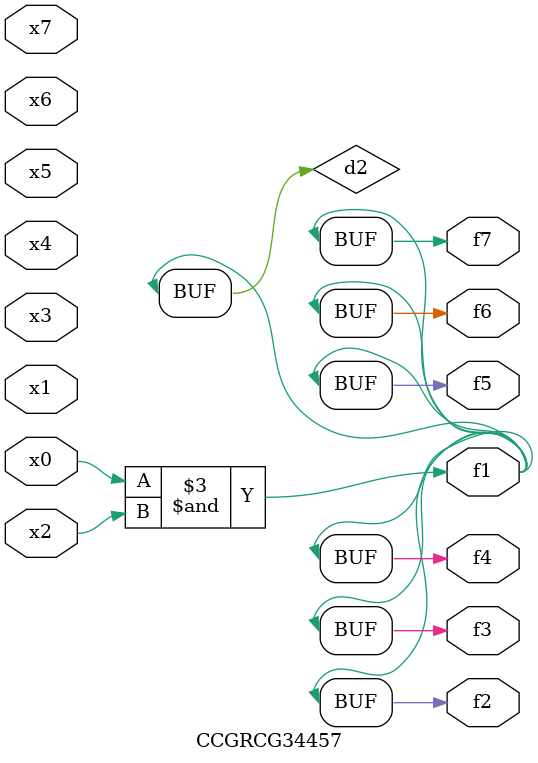
<source format=v>
module CCGRCG34457(
	input x0, x1, x2, x3, x4, x5, x6, x7,
	output f1, f2, f3, f4, f5, f6, f7
);

	wire d1, d2;

	nor (d1, x3, x6);
	and (d2, x0, x2);
	assign f1 = d2;
	assign f2 = d2;
	assign f3 = d2;
	assign f4 = d2;
	assign f5 = d2;
	assign f6 = d2;
	assign f7 = d2;
endmodule

</source>
